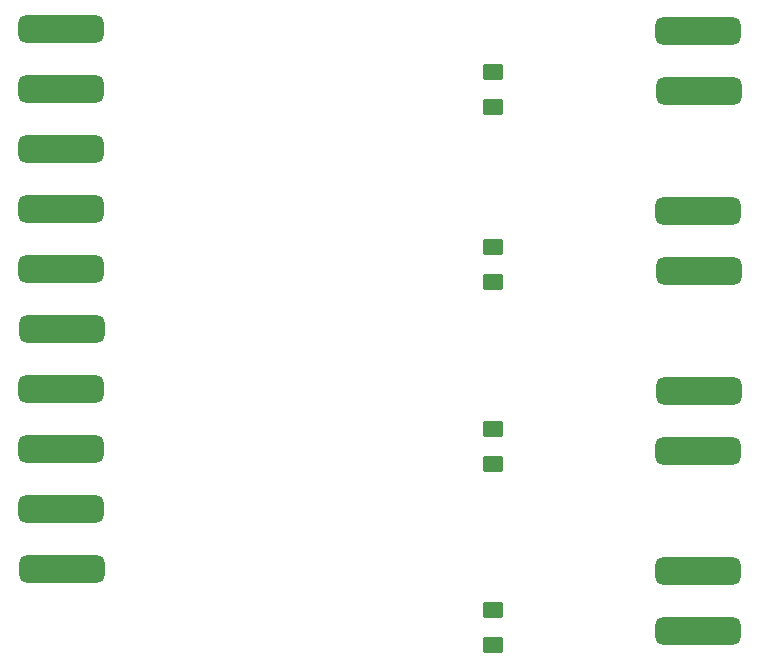
<source format=gbr>
%TF.GenerationSoftware,KiCad,Pcbnew,7.0.11*%
%TF.CreationDate,2025-09-14T18:22:29-04:00*%
%TF.ProjectId,14.1.7 - PMOS - PLC Connector Combined,31342e31-2e37-4202-9d20-504d4f53202d,rev?*%
%TF.SameCoordinates,Original*%
%TF.FileFunction,Paste,Bot*%
%TF.FilePolarity,Positive*%
%FSLAX46Y46*%
G04 Gerber Fmt 4.6, Leading zero omitted, Abs format (unit mm)*
G04 Created by KiCad (PCBNEW 7.0.11) date 2025-09-14 18:22:29*
%MOMM*%
%LPD*%
G01*
G04 APERTURE LIST*
G04 Aperture macros list*
%AMRoundRect*
0 Rectangle with rounded corners*
0 $1 Rounding radius*
0 $2 $3 $4 $5 $6 $7 $8 $9 X,Y pos of 4 corners*
0 Add a 4 corners polygon primitive as box body*
4,1,4,$2,$3,$4,$5,$6,$7,$8,$9,$2,$3,0*
0 Add four circle primitives for the rounded corners*
1,1,$1+$1,$2,$3*
1,1,$1+$1,$4,$5*
1,1,$1+$1,$6,$7*
1,1,$1+$1,$8,$9*
0 Add four rect primitives between the rounded corners*
20,1,$1+$1,$2,$3,$4,$5,0*
20,1,$1+$1,$4,$5,$6,$7,0*
20,1,$1+$1,$6,$7,$8,$9,0*
20,1,$1+$1,$8,$9,$2,$3,0*%
G04 Aperture macros list end*
%ADD10RoundRect,0.250001X-0.624999X0.462499X-0.624999X-0.462499X0.624999X-0.462499X0.624999X0.462499X0*%
%ADD11RoundRect,0.572500X3.045750X0.572500X-3.045750X0.572500X-3.045750X-0.572500X3.045750X-0.572500X0*%
G04 APERTURE END LIST*
D10*
%TO.C,F2*%
X110800000Y-90600000D03*
X110800000Y-93575000D03*
%TD*%
D11*
%TO.C,J304*%
X128220000Y-72350000D03*
%TD*%
D10*
%TO.C,F3*%
X110800000Y-106000000D03*
X110800000Y-108975000D03*
%TD*%
D11*
%TO.C,J212*%
X74258250Y-112817224D03*
%TD*%
%TO.C,J216*%
X74268250Y-92497224D03*
%TD*%
%TO.C,J213*%
X74268250Y-107737224D03*
%TD*%
%TO.C,J217*%
X74268250Y-87407224D03*
%TD*%
%TO.C,J308*%
X128220000Y-118070000D03*
%TD*%
%TO.C,J219*%
X74238250Y-77247224D03*
%TD*%
%TO.C,J211*%
X74340000Y-117907224D03*
%TD*%
%TO.C,J312*%
X128220000Y-87570000D03*
%TD*%
%TO.C,J316*%
X128230000Y-102800000D03*
%TD*%
D10*
%TO.C,F1*%
X110800000Y-75800000D03*
X110800000Y-78775000D03*
%TD*%
D11*
%TO.C,J214*%
X74258250Y-102667224D03*
%TD*%
%TO.C,J305*%
X128230000Y-92650000D03*
%TD*%
%TO.C,J301*%
X128220000Y-123130000D03*
%TD*%
%TO.C,J215*%
X74320000Y-97580000D03*
%TD*%
%TO.C,J303*%
X128240000Y-77410000D03*
%TD*%
D10*
%TO.C,F4*%
X110800000Y-121312500D03*
X110800000Y-124287500D03*
%TD*%
D11*
%TO.C,J313*%
X128220000Y-107900000D03*
%TD*%
%TO.C,J218*%
X74258250Y-82347224D03*
%TD*%
%TO.C,J220*%
X74238250Y-72187224D03*
%TD*%
M02*

</source>
